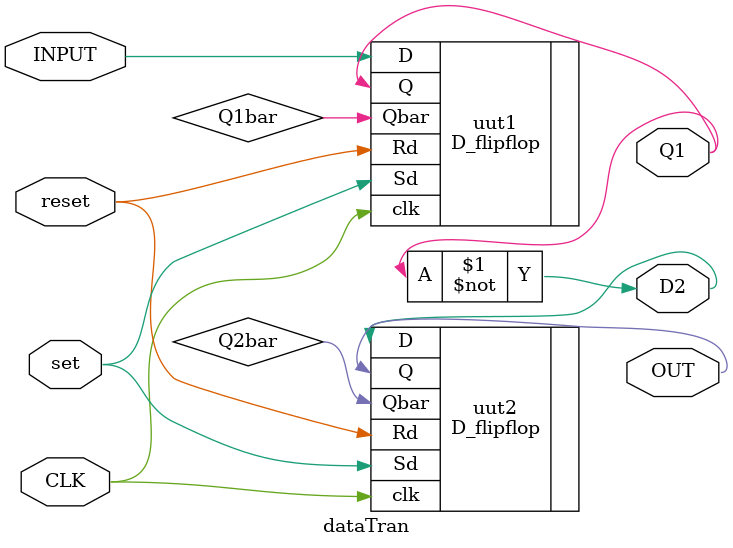
<source format=v>
`timescale 1ns / 1ps
module dataTran(
	INPUT,CLK,OUT,reset,set,Q1,D2
    );

output OUT,Q1,D2;
input CLK,reset,set,INPUT;

not #12
	un(D2,Q1);

D_flipflop
	 uut1 (
			.Qbar(Q1bar), 
			.Q(Q1), 
			.clk(CLK), 
			.D(INPUT), 
			.Rd(reset), 
			.Sd(set)   
		),
	 uut2 (
			.Qbar(Q2bar), 
			.Q(OUT), 
			.clk(CLK), 
			.D(D2), 
			.Rd(reset), 
			.Sd(set)
		);
endmodule

</source>
